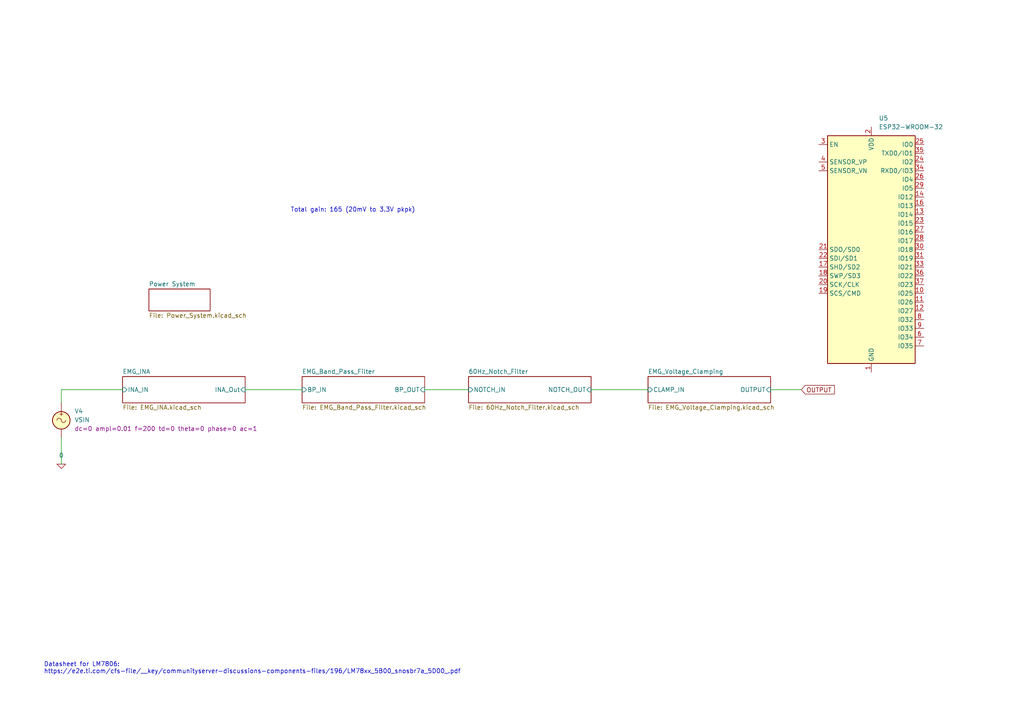
<source format=kicad_sch>
(kicad_sch (version 20250114) (generator "eeschema") (generator_version "9.0")
  (paper "A4")
  (lib_symbols
    (symbol "0_1" (power) (pin_numbers (hide yes)) (pin_names (offset 0) (hide yes))
      (property "Value" "0" (at 0 -2.54 0))
      (symbol "0_1_0_1"
        (polyline (pts (xy -1.27 0) (xy 0 -1.27) (xy 1.27 0) (xy -1.27 0)))
      )
      (symbol "0_1_1_1"
        (pin power_in line (at 0 0 0) (length 0) (name "~") (number "1"))
      )
    )
    (symbol "RF_Module:ESP32-WROOM-32"
      (property "Reference" "U" (at -12.7 34.29 0))
      (property "Value" "ESP32-WROOM-32" (at 1.27 34.29 0))
      (symbol "ESP32-WROOM-32_0_1"
        (rectangle (start -12.7 33.02) (end 12.7 -33.02) (stroke (width 0.254)) (fill (type background)))
      )
      (symbol "ESP32-WROOM-32_1_1"
        (pin input line (at -15.24 30.48 0) (length 2.54) (name "EN") (number "3"))
        (pin input line (at -15.24 25.4 0) (length 2.54) (name "SENSOR_VP") (number "4"))
        (pin input line (at -15.24 22.86 0) (length 2.54) (name "SENSOR_VN") (number "5"))
        (pin bidirectional line (at -15.24 0 0) (length 2.54) (name "SDO/SD0") (number "21"))
        (pin bidirectional line (at -15.24 -2.54 0) (length 2.54) (name "SDI/SD1") (number "22"))
        (pin bidirectional line (at -15.24 -5.08 0) (length 2.54) (name "SHD/SD2") (number "17"))
        (pin bidirectional line (at -15.24 -7.62 0) (length 2.54) (name "SWP/SD3") (number "18"))
        (pin bidirectional line (at -15.24 -10.16 0) (length 2.54) (name "SCK/CLK") (number "20"))
        (pin bidirectional line (at -15.24 -12.7 0) (length 2.54) (name "SCS/CMD") (number "19"))
        (pin no_connect line (at -12.7 -27.94 0) (length 2.54) (hide yes) (name "NC") (number "32"))
        (pin power_in line (at 0 35.56 270) (length 2.54) (name "VDD") (number "2"))
        (pin power_in line (at 0 -35.56 90) (length 2.54) (name "GND") (number "1"))
        (pin passive line (at 0 -35.56 90) (length 2.54) (hide yes) (name "GND") (number "15"))
        (pin passive line (at 0 -35.56 90) (length 2.54) (hide yes) (name "GND") (number "38"))
        (pin passive line (at 0 -35.56 90) (length 2.54) (hide yes) (name "GND") (number "39"))
        (pin bidirectional line (at 15.24 30.48 180) (length 2.54) (name "IO0") (number "25"))
        (pin bidirectional line (at 15.24 27.94 180) (length 2.54) (name "TXD0/IO1") (number "35"))
        (pin bidirectional line (at 15.24 25.4 180) (length 2.54) (name "IO2") (number "24"))
        (pin bidirectional line (at 15.24 22.86 180) (length 2.54) (name "RXD0/IO3") (number "34"))
        (pin bidirectional line (at 15.24 20.32 180) (length 2.54) (name "IO4") (number "26"))
        (pin bidirectional line (at 15.24 17.78 180) (length 2.54) (name "IO5") (number "29"))
        (pin bidirectional line (at 15.24 15.24 180) (length 2.54) (name "IO12") (number "14"))
        (pin bidirectional line (at 15.24 12.7 180) (length 2.54) (name "IO13") (number "16"))
        (pin bidirectional line (at 15.24 10.16 180) (length 2.54) (name "IO14") (number "13"))
        (pin bidirectional line (at 15.24 7.62 180) (length 2.54) (name "IO15") (number "23"))
        (pin bidirectional line (at 15.24 5.08 180) (length 2.54) (name "IO16") (number "27"))
        (pin bidirectional line (at 15.24 2.54 180) (length 2.54) (name "IO17") (number "28"))
        (pin bidirectional line (at 15.24 0 180) (length 2.54) (name "IO18") (number "30"))
        (pin bidirectional line (at 15.24 -2.54 180) (length 2.54) (name "IO19") (number "31"))
        (pin bidirectional line (at 15.24 -5.08 180) (length 2.54) (name "IO21") (number "33"))
        (pin bidirectional line (at 15.24 -7.62 180) (length 2.54) (name "IO22") (number "36"))
        (pin bidirectional line (at 15.24 -10.16 180) (length 2.54) (name "IO23") (number "37"))
        (pin bidirectional line (at 15.24 -12.7 180) (length 2.54) (name "IO25") (number "10"))
        (pin bidirectional line (at 15.24 -15.24 180) (length 2.54) (name "IO26") (number "11"))
        (pin bidirectional line (at 15.24 -17.78 180) (length 2.54) (name "IO27") (number "12"))
        (pin bidirectional line (at 15.24 -20.32 180) (length 2.54) (name "IO32") (number "8"))
        (pin bidirectional line (at 15.24 -22.86 180) (length 2.54) (name "IO33") (number "9"))
        (pin input line (at 15.24 -25.4 180) (length 2.54) (name "IO34") (number "6"))
        (pin input line (at 15.24 -27.94 180) (length 2.54) (name "IO35") (number "7"))
      )
    )
    (symbol "Simulation_SPICE:VSIN" (pin_numbers (hide yes)) (pin_names (offset 0.0254))
      (property "Reference" "V" (at 2.54 2.54 0))
      (property "Value" "VSIN" (at 2.54 0 0))
      (property "Sim.Params" "dc=0 ampl=1 f=1k ac=1" (at 2.54 -2.54 0))
      (symbol "VSIN_0_0"
        (arc (start -1.27 0) (mid -0.635 0.6323) (end 0 0))
        (arc (start 1.27 0) (mid 0.635 -0.6323) (end 0 0))
        (text "+" (at 0 1.905 0) (effects (font (size 1.27 1.27))))
      )
      (symbol "VSIN_0_1"
        (circle (center 0 0) (radius 2.54) (stroke (width 0.254)) (fill (type background)))
      )
      (symbol "VSIN_1_1"
        (pin passive line (at 0 5.08 270) (length 2.54) (name "~") (number "1"))
        (pin passive line (at 0 -5.08 90) (length 2.54) (name "~") (number "2"))
      )
    )
  )
  (text "Total gain: 165 (20mV to 3.3V pkpk)\n" (at 102.362 60.96 0) (effects (font (size 1.27 1.27))))
  (text "Datasheet for LM7806:\nhttps://e2e.ti.com/cfs-file/__key/communityserver-discussions-components-files/196/LM78xx_5B00_snosbr7a_5D00_.pdf" (at 12.7 195.58 0) (effects (font (size 1.27 1.27)) (justify left bottom)))
  (wire (pts (xy 17.78 113.03) (xy 35.56 113.03)))
  (wire (pts (xy 17.78 127) (xy 17.78 134.62)))
  (wire (pts (xy 223.52 113.03) (xy 232.41 113.03)))
  (wire (pts (xy 17.78 113.03) (xy 17.78 116.84)))
  (wire (pts (xy 171.45 113.03) (xy 187.96 113.03)))
  (wire (pts (xy 123.19 113.03) (xy 135.89 113.03)))
  (wire (pts (xy 71.12 113.03) (xy 87.63 113.03)))
  (global_label "OUTPUT" (shape input) (at 232.41 113.03 0) (property "Intersheetrefs" "${INTERSHEET_REFS}" (effects (hide yes))))
  (symbol (lib_id "RF_Module:ESP32-WROOM-32") (at 252.73 72.39 0) (unit 1)
    (property "Reference" "U5" (at 254.8733 34.29 0) (effects (justify left)))
    (property "Value" "ESP32-WROOM-32" (at 254.8733 36.83 0) (effects (justify left)))
    (property "Footprint" "RF_Module:ESP32-WROOM-32" (effects (hide yes)))
    (property "Datasheet" "https://www.espressif.com/sites/default/files/documentation/esp32-wroom-32_datasheet_en.pdf" (effects (hide yes)))
    (property "Description" "RF Module, ESP32-D0WDQ6 SoC, Wi-Fi 802.11b/g/n, Bluetooth, BLE, 32-bit, 2.7-3.6V, onboard antenna, SMD" (effects (hide yes)))
  )
  (symbol (lib_name "0_1") (lib_id "Simulation_SPICE:0") (at 17.78 134.62 0) (unit 1)
    (property "Reference" "#GND018" (effects (hide yes)))
    (property "Value" "0" (at 17.78 132.08 0))
    (property "Datasheet" "https://ngspice.sourceforge.io/docs/ngspice-html-manual/manual.xhtml#subsec_Circuit_elements__device" (effects (hide yes)))
    (property "Description" "0V reference potential for simulation" (effects (hide yes)))
  )
  (symbol (lib_id "Simulation_SPICE:VSIN") (at 17.78 121.92 0) (unit 1)
    (property "Reference" "V4" (at 21.59 119.2501 0) (effects (justify left)))
    (property "Value" "VSIN" (at 21.59 121.7901 0) (effects (justify left)))
    (property "Datasheet" "https://ngspice.sourceforge.io/docs/ngspice-html-manual/manual.xhtml#sec_Independent_Sources_for" (effects (hide yes)))
    (property "Description" "Voltage source, sinusoidal" (effects (hide yes)))
    (property "Sim.Pins" "1=+ 2=-" (effects (hide yes)))
    (property "Sim.Params" "dc=0 ampl=0.01 f=200 td=0 theta=0 phase=0 ac=1" (at 21.59 124.3301 0) (effects (justify left)))
    (property "Sim.Type" "SIN" (effects (hide yes)))
    (property "Sim.Device" "V" (effects (hide yes)))
  )
  (sheet (at 187.96 109.22) (size 35.56 7.62) (stroke (width 0.1524))
    (property "Sheetname" "EMG_Voltage_Clamping" (at 187.96 108.5084 0) (effects (justify left bottom)))
    (property "Sheetfile" "EMG_Voltage_Clamping.kicad_sch" (at 187.96 117.4246 0) (effects (justify left top)))
    (pin "CLAMP_IN" input (at 187.96 113.03 180))
    (pin "OUTPUT" input (at 223.52 113.03 0))
  )
  (sheet (at 135.89 109.22) (size 35.56 7.62) (stroke (width 0.1524))
    (property "Sheetname" "60Hz_Notch_Filter" (at 135.89 108.5084 0) (effects (justify left bottom)))
    (property "Sheetfile" "60Hz_Notch_Filter.kicad_sch" (at 135.89 117.4246 0) (effects (justify left top)))
    (pin "NOTCH_IN" input (at 135.89 113.03 180))
    (pin "NOTCH_OUT" input (at 171.45 113.03 0))
  )
  (sheet (at 87.63 109.22) (size 35.56 7.62) (stroke (width 0.1524))
    (property "Sheetname" "EMG_Band_Pass_Filter" (at 87.63 108.5084 0) (effects (justify left bottom)))
    (property "Sheetfile" "EMG_Band_Pass_Filter.kicad_sch" (at 87.63 117.4246 0) (effects (justify left top)))
    (pin "BP_OUT" input (at 123.19 113.03 0))
    (pin "BP_IN" input (at 87.63 113.03 180))
  )
  (sheet (at 43.18 83.82) (size 17.78 6.35) (stroke (width 0.1524))
    (property "Sheetname" "Power System" (at 43.18 83.1084 0) (effects (justify left bottom)))
    (property "Sheetfile" "Power_System.kicad_sch" (at 43.18 90.7546 0) (effects (justify left top)))
  )
  (sheet (at 35.56 109.22) (size 35.56 7.62) (stroke (width 0.1524))
    (property "Sheetname" "EMG_INA" (at 35.56 108.5084 0) (effects (justify left bottom)))
    (property "Sheetfile" "EMG_INA.kicad_sch" (at 35.56 117.4246 0) (effects (justify left top)))
    (pin "INA_Out" input (at 71.12 113.03 0))
    (pin "INA_IN" input (at 35.56 113.03 180))
  )
)
</source>
